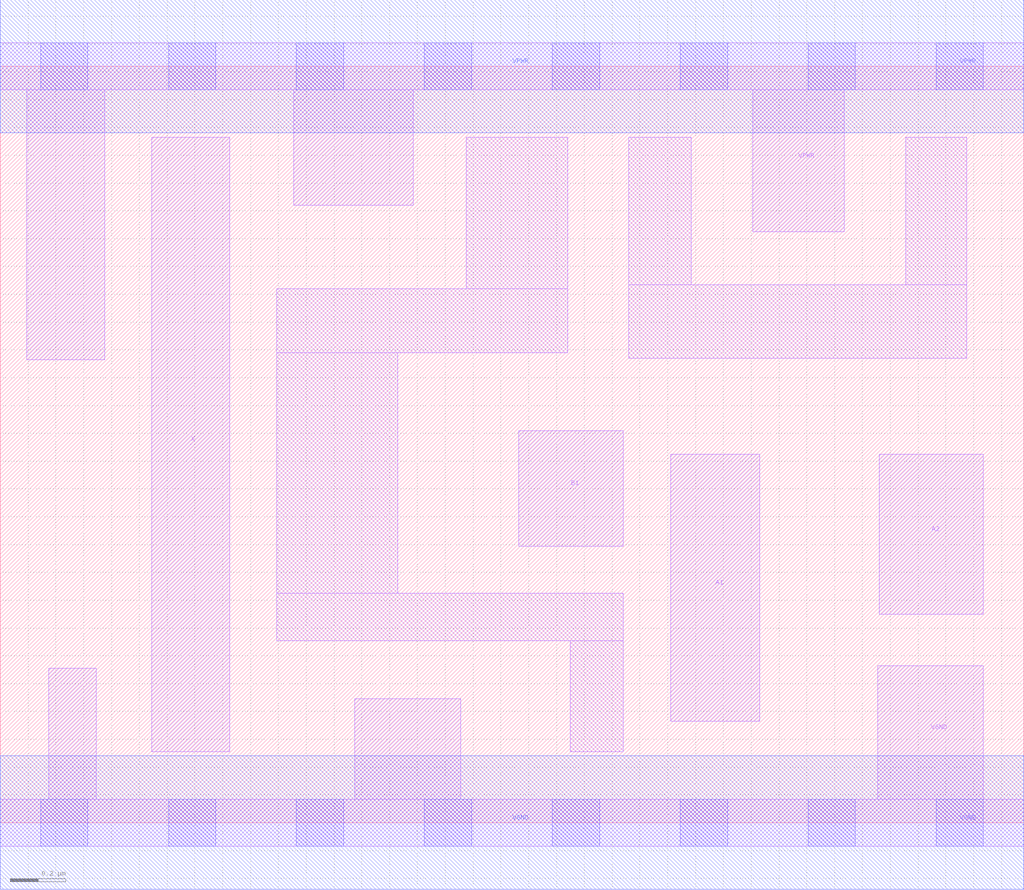
<source format=lef>
# Copyright 2020 The SkyWater PDK Authors
#
# Licensed under the Apache License, Version 2.0 (the "License");
# you may not use this file except in compliance with the License.
# You may obtain a copy of the License at
#
#     https://www.apache.org/licenses/LICENSE-2.0
#
# Unless required by applicable law or agreed to in writing, software
# distributed under the License is distributed on an "AS IS" BASIS,
# WITHOUT WARRANTIES OR CONDITIONS OF ANY KIND, either express or implied.
# See the License for the specific language governing permissions and
# limitations under the License.
#
# SPDX-License-Identifier: Apache-2.0

VERSION 5.7 ;
  NAMESCASESENSITIVE ON ;
  NOWIREEXTENSIONATPIN ON ;
  DIVIDERCHAR "/" ;
  BUSBITCHARS "[]" ;
UNITS
  DATABASE MICRONS 200 ;
END UNITS
PROPERTYDEFINITIONS
  MACRO maskLayoutSubType STRING ;
  MACRO prCellType STRING ;
  MACRO originalViewName STRING ;
END PROPERTYDEFINITIONS
MACRO sky130_fd_sc_hdll__a21o_2
  CLASS CORE ;
  FOREIGN sky130_fd_sc_hdll__a21o_2 ;
  ORIGIN  0.000000  0.000000 ;
  SIZE  3.680000 BY  2.720000 ;
  SYMMETRY X Y R90 ;
  SITE unithd ;
  PIN A1
    ANTENNAGATEAREA  0.277500 ;
    DIRECTION INPUT ;
    USE SIGNAL ;
    PORT
      LAYER li1 ;
        RECT 2.410000 0.365000 2.730000 1.325000 ;
    END
  END A1
  PIN A2
    ANTENNAGATEAREA  0.277500 ;
    DIRECTION INPUT ;
    USE SIGNAL ;
    PORT
      LAYER li1 ;
        RECT 3.160000 0.750000 3.535000 1.325000 ;
    END
  END A2
  PIN B1
    ANTENNAGATEAREA  0.277500 ;
    DIRECTION INPUT ;
    USE SIGNAL ;
    PORT
      LAYER li1 ;
        RECT 1.865000 0.995000 2.240000 1.410000 ;
    END
  END B1
  PIN VGND
    ANTENNADIFFAREA  0.854750 ;
    DIRECTION INOUT ;
    USE SIGNAL ;
    PORT
      LAYER li1 ;
        RECT 0.000000 -0.085000 3.680000 0.085000 ;
        RECT 0.175000  0.085000 0.345000 0.555000 ;
        RECT 1.275000  0.085000 1.655000 0.445000 ;
        RECT 3.155000  0.085000 3.535000 0.565000 ;
      LAYER mcon ;
        RECT 0.145000 -0.085000 0.315000 0.085000 ;
        RECT 0.605000 -0.085000 0.775000 0.085000 ;
        RECT 1.065000 -0.085000 1.235000 0.085000 ;
        RECT 1.525000 -0.085000 1.695000 0.085000 ;
        RECT 1.985000 -0.085000 2.155000 0.085000 ;
        RECT 2.445000 -0.085000 2.615000 0.085000 ;
        RECT 2.905000 -0.085000 3.075000 0.085000 ;
        RECT 3.365000 -0.085000 3.535000 0.085000 ;
      LAYER met1 ;
        RECT 0.000000 -0.240000 3.680000 0.240000 ;
    END
  END VGND
  PIN VPWR
    ANTENNADIFFAREA  0.935000 ;
    DIRECTION INOUT ;
    USE SIGNAL ;
    PORT
      LAYER li1 ;
        RECT 0.000000 2.635000 3.680000 2.805000 ;
        RECT 0.095000 1.665000 0.375000 2.635000 ;
        RECT 1.055000 2.220000 1.485000 2.635000 ;
        RECT 2.705000 2.125000 3.035000 2.635000 ;
      LAYER mcon ;
        RECT 0.145000 2.635000 0.315000 2.805000 ;
        RECT 0.605000 2.635000 0.775000 2.805000 ;
        RECT 1.065000 2.635000 1.235000 2.805000 ;
        RECT 1.525000 2.635000 1.695000 2.805000 ;
        RECT 1.985000 2.635000 2.155000 2.805000 ;
        RECT 2.445000 2.635000 2.615000 2.805000 ;
        RECT 2.905000 2.635000 3.075000 2.805000 ;
        RECT 3.365000 2.635000 3.535000 2.805000 ;
      LAYER met1 ;
        RECT 0.000000 2.480000 3.680000 2.960000 ;
    END
  END VPWR
  PIN X
    ANTENNADIFFAREA  0.629500 ;
    DIRECTION OUTPUT ;
    USE SIGNAL ;
    PORT
      LAYER li1 ;
        RECT 0.545000 0.255000 0.825000 2.465000 ;
    END
  END X
  OBS
    LAYER li1 ;
      RECT 0.995000 0.655000 2.240000 0.825000 ;
      RECT 0.995000 0.825000 1.430000 1.690000 ;
      RECT 0.995000 1.690000 2.040000 1.920000 ;
      RECT 1.675000 1.920000 2.040000 2.465000 ;
      RECT 2.050000 0.255000 2.240000 0.655000 ;
      RECT 2.260000 1.670000 3.475000 1.935000 ;
      RECT 2.260000 1.935000 2.485000 2.465000 ;
      RECT 3.255000 1.935000 3.475000 2.465000 ;
  END
  PROPERTY maskLayoutSubType "abstract" ;
  PROPERTY prCellType "standard" ;
  PROPERTY originalViewName "layout" ;
END sky130_fd_sc_hdll__a21o_2

</source>
